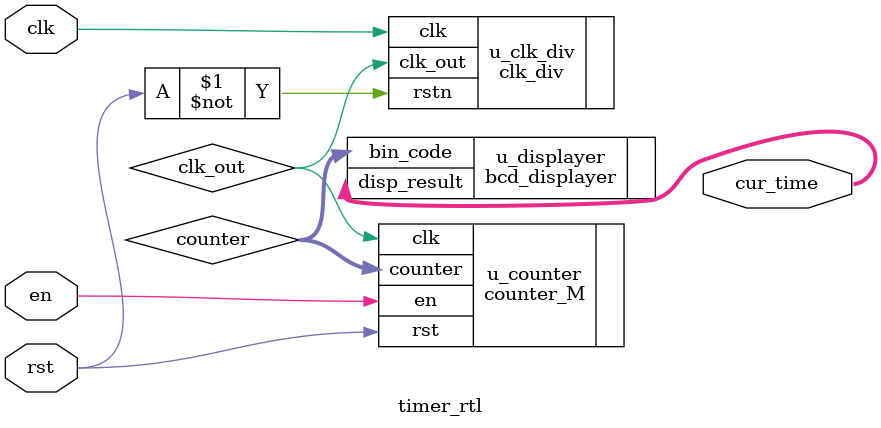
<source format=v>
module timer_rtl #(
    parameter TIME_SET = 99,        //total time(based on clk frequency)
    parameter CLK_SET = 50_000_000 //clk fraquency(50MHz = 1s etc.)
)(
    input clk,
    input rst,
    input en,
    output [13: 0] cur_time
);
    wire clk_out;
    clk_div #(
        .N      (CLK_SET        )
    )u_clk_div(
        .clk    (clk    ),
        .rstn   (~rst   ),
        .clk_out(clk_out)
    );

    wire [7: 0] counter;
    counter_M #(
        .M(TIME_SET)
    ) u_counter(
        .clk(clk_out),
        .rst(rst),
        .en(en),
        .counter(counter)
    );
    bcd_displayer #(
        .BIN_WIDTH(8),
        .BCD_CNT(2)
    ) u_displayer(
        .bin_code(counter),
        .disp_result(cur_time)
    );


endmodule
</source>
